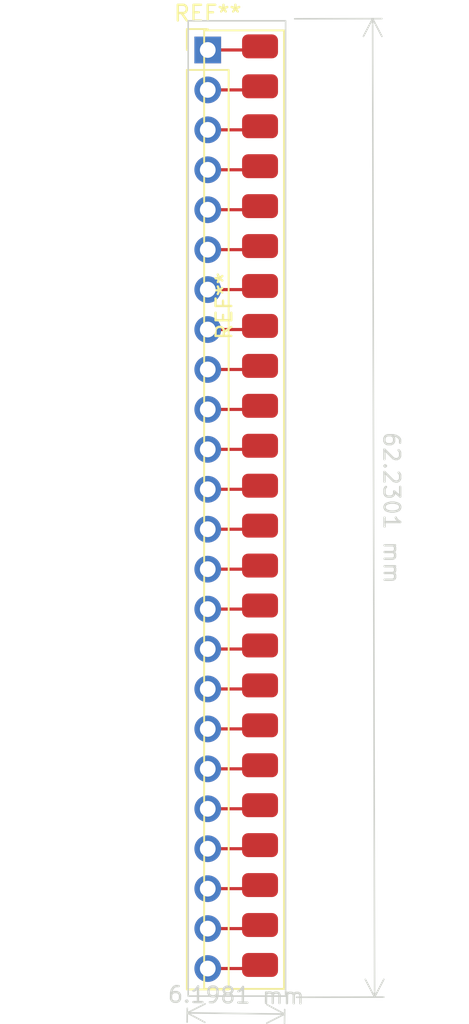
<source format=kicad_pcb>
(kicad_pcb (version 20211014) (generator pcbnew)
  (layers (0 "F.Cu" signal) (31 "B.Cu" signal) (34 "B.Paste" user) (35 "F.Paste" user) (36 "B.SilkS" user "B.Silkscreen") (37 "F.SilkS" user "F.Silkscreen") (38 "B.Mask" user) (39 "F.Mask" user) (44 "Edge.Cuts" user))
  (net 0 "")
  (footprint "Connector_PinHeader_2.54mm:PinHeader_1x24_P2.54mm_Vertical" (layer "F.Cu") (at 128.1938 76.2254)
    (fp_text reference "REF**" (at 0 -2.33) (layer "F.SilkS"))
    (fp_text value "PinHeader_1x24_P2.54mm_Vertical")
    (fp_line (start -1.33 59.75) (end 1.33 59.75) (layer "F.SilkS") (width 0.12))
    (fp_line (start -1.33 1.27) (end -1.33 59.75) (layer "F.SilkS") (width 0.12))
    (fp_line (start -1.33 -1.33) (end 0 -1.33) (layer "F.SilkS") (width 0.12))
    (fp_line (start -1.33 1.27) (end 1.33 1.27) (layer "F.SilkS") (width 0.12))
    (fp_line (start 1.33 1.27) (end 1.33 59.75) (layer "F.SilkS") (width 0.12))
    (fp_line (start -1.33 0) (end -1.33 -1.33) (layer "F.SilkS") (width 0.12))
    (pad "1" thru_hole rect (at 0 0) (size 1.7 1.7) (drill 1) (layers *.Cu *.Mask))
    (pad "2" thru_hole oval (at 0 2.54) (size 1.7 1.7) (drill 1) (layers *.Cu *.Mask))
    (pad "3" thru_hole oval (at 0 5.08) (size 1.7 1.7) (drill 1) (layers *.Cu *.Mask))
    (pad "4" thru_hole oval (at 0 7.62) (size 1.7 1.7) (drill 1) (layers *.Cu *.Mask))
    (pad "5" thru_hole oval (at 0 10.16) (size 1.7 1.7) (drill 1) (layers *.Cu *.Mask))
    (pad "6" thru_hole oval (at 0 12.7) (size 1.7 1.7) (drill 1) (layers *.Cu *.Mask))
    (pad "7" thru_hole oval (at 0 15.24) (size 1.7 1.7) (drill 1) (layers *.Cu *.Mask))
    (pad "8" thru_hole oval (at 0 17.78) (size 1.7 1.7) (drill 1) (layers *.Cu *.Mask))
    (pad "9" thru_hole oval (at 0 20.32) (size 1.7 1.7) (drill 1) (layers *.Cu *.Mask))
    (pad "10" thru_hole oval (at 0 22.86) (size 1.7 1.7) (drill 1) (layers *.Cu *.Mask))
    (pad "11" thru_hole oval (at 0 25.4) (size 1.7 1.7) (drill 1) (layers *.Cu *.Mask))
    (pad "12" thru_hole oval (at 0 27.94) (size 1.7 1.7) (drill 1) (layers *.Cu *.Mask))
    (pad "13" thru_hole oval (at 0 30.48) (size 1.7 1.7) (drill 1) (layers *.Cu *.Mask))
    (pad "14" thru_hole oval (at 0 33.02) (size 1.7 1.7) (drill 1) (layers *.Cu *.Mask))
    (pad "15" thru_hole oval (at 0 35.56) (size 1.7 1.7) (drill 1) (layers *.Cu *.Mask))
    (pad "16" thru_hole oval (at 0 38.1) (size 1.7 1.7) (drill 1) (layers *.Cu *.Mask))
    (pad "17" thru_hole oval (at 0 40.64) (size 1.7 1.7) (drill 1) (layers *.Cu *.Mask))
    (pad "18" thru_hole oval (at 0 43.18) (size 1.7 1.7) (drill 1) (layers *.Cu *.Mask))
    (pad "19" thru_hole oval (at 0 45.72) (size 1.7 1.7) (drill 1) (layers *.Cu *.Mask))
    (pad "20" thru_hole oval (at 0 48.26) (size 1.7 1.7) (drill 1) (layers *.Cu *.Mask))
    (pad "21" thru_hole oval (at 0 50.8) (size 1.7 1.7) (drill 1) (layers *.Cu *.Mask))
    (pad "22" thru_hole oval (at 0 53.34) (size 1.7 1.7) (drill 1) (layers *.Cu *.Mask))
    (pad "23" thru_hole oval (at 0 55.88) (size 1.7 1.7) (drill 1) (layers *.Cu *.Mask))
    (pad "24" thru_hole oval (at 0 58.42) (size 1.7 1.7) (drill 1) (layers *.Cu *.Mask))
  )
  (footprint "Connector_PinHeader_2.54mm:24 x 1 x 2.54" (layer "F.Cu") (at 131.5212 75.9968)
    (fp_text reference "REF**" (at -2.286 16.51 90 unlocked) (layer "F.SilkS"))
    (fp_text value "24 x 1 x 2.54")
    (fp_rect (start -3.556 59.944) (end 1.524 -1.016) (layer "F.SilkS") (width 0.12) (fill none))
    (pad "2" smd roundrect (at 0 0) (size 2.286 1.524) (layers "F.Cu" "F.Paste" "F.Mask"))
    (pad "3" smd roundrect (at 0 2.54) (size 2.286 1.524) (layers "F.Cu" "F.Paste" "F.Mask"))
    (pad "4" smd roundrect (at 0 5.08) (size 2.286 1.524) (layers "F.Cu" "F.Paste" "F.Mask"))
    (pad "5" smd roundrect (at 0 7.62) (size 2.286 1.524) (layers "F.Cu" "F.Paste" "F.Mask"))
    (pad "6" smd roundrect (at 0 10.16) (size 2.286 1.524) (layers "F.Cu" "F.Paste" "F.Mask"))
    (pad "7" smd roundrect (at 0 12.7) (size 2.286 1.524) (layers "F.Cu" "F.Paste" "F.Mask"))
    (pad "8" smd roundrect (at 0 15.24) (size 2.286 1.524) (layers "F.Cu" "F.Paste" "F.Mask"))
    (pad "9" smd roundrect (at 0 17.78) (size 2.286 1.524) (layers "F.Cu" "F.Paste" "F.Mask"))
    (pad "10" smd roundrect (at 0 20.32) (size 2.286 1.524) (layers "F.Cu" "F.Paste" "F.Mask"))
    (pad "11" smd roundrect (at 0 22.86) (size 2.286 1.524) (layers "F.Cu" "F.Paste" "F.Mask"))
    (pad "12" smd roundrect (at 0 25.4) (size 2.286 1.524) (layers "F.Cu" "F.Paste" "F.Mask"))
    (pad "13" smd roundrect (at 0 27.94) (size 2.286 1.524) (layers "F.Cu" "F.Paste" "F.Mask"))
    (pad "14" smd roundrect (at 0 30.48) (size 2.286 1.524) (layers "F.Cu" "F.Paste" "F.Mask"))
    (pad "15" smd roundrect (at 0 33.02) (size 2.286 1.524) (layers "F.Cu" "F.Paste" "F.Mask"))
    (pad "16" smd roundrect (at 0 35.56) (size 2.286 1.524) (layers "F.Cu" "F.Paste" "F.Mask"))
    (pad "17" smd roundrect (at 0 38.1) (size 2.286 1.524) (layers "F.Cu" "F.Paste" "F.Mask"))
    (pad "18" smd roundrect (at 0 40.64) (size 2.286 1.524) (layers "F.Cu" "F.Paste" "F.Mask"))
    (pad "19" smd roundrect (at 0 43.18) (size 2.286 1.524) (layers "F.Cu" "F.Paste" "F.Mask"))
    (pad "20" smd roundrect (at 0 45.72) (size 2.286 1.524) (layers "F.Cu" "F.Paste" "F.Mask"))
    (pad "21" smd roundrect (at 0 48.26) (size 2.286 1.524) (layers "F.Cu" "F.Paste" "F.Mask"))
    (pad "22" smd roundrect (at 0 50.8) (size 2.286 1.524) (layers "F.Cu" "F.Paste" "F.Mask"))
    (pad "23" smd roundrect (at 0 53.34) (size 2.286 1.524) (layers "F.Cu" "F.Paste" "F.Mask"))
    (pad "24" smd roundrect (at 0 55.88) (size 2.286 1.524) (layers "F.Cu" "F.Paste" "F.Mask"))
    (pad "25" smd roundrect (at 0 58.42) (size 2.286 1.524) (layers "F.Cu" "F.Paste" "F.Mask"))
  )
  (gr_rect (start 133.1468 74.3712) (end 126.9492 136.398) (layer "Edge.Cuts") (width 0.1) (fill none))
  (dimension (type aligned) (layer "Edge.Cuts") (pts (xy 126.8984 136.6774) (xy 133.096 136.7536)) (height 0.788277) (gr_text "6.1981 mm" (at 130.001647 136.353804 359.2955792) (layer "Edge.Cuts") (effects (font (size 1 1) (thickness 0.15)))) (format (units 3) (units_format 1) (precision 4)) (style (thickness 0.1) (arrow_length 1.27) (text_position_mode 0) (extension_height 0.58642) (extension_offset 0.5) keep_text_aligned))
  (dimension (type aligned) (layer "Edge.Cuts") (pts (xy 133.223 74.2442) (xy 133.35 136.4742)) (height -5.461247) (gr_text "62.2301 mm" (at 139.897734 105.345708 270.11693) (layer "Edge.Cuts") (effects (font (size 1 1) (thickness 0.15)))) (format (units 3) (units_format 1) (precision 4)) (style (thickness 0.1) (arrow_length 1.27) (text_position_mode 0) (extension_height 0.58642) (extension_offset 0.5) keep_text_aligned))
  (segment (start 128.1938 109.2454) (end 131.2926 109.2454) (width 0.2) (layer "F.Cu") (net 0))
  (segment (start 128.1938 129.5654) (end 131.2926 129.5654) (width 0.2) (layer "F.Cu") (net 0))
  (segment (start 131.2926 114.3254) (end 131.5212 114.0968) (width 0.2) (layer "F.Cu") (net 0))
  (segment (start 128.1938 119.4054) (end 131.2926 119.4054) (width 0.2) (layer "F.Cu") (net 0))
  (segment (start 128.1938 81.3054) (end 131.2926 81.3054) (width 0.2) (layer "F.Cu") (net 0))
  (segment (start 128.1938 134.6454) (end 131.2926 134.6454) (width 0.2) (layer "F.Cu") (net 0))
  (segment (start 128.1938 101.6254) (end 131.2926 101.6254) (width 0.2) (layer "F.Cu") (net 0))
  (segment (start 131.2926 124.4854) (end 131.5212 124.2568) (width 0.2) (layer "F.Cu") (net 0))
  (segment (start 128.1938 116.8654) (end 131.2926 116.8654) (width 0.2) (layer "F.Cu") (net 0))
  (segment (start 128.1938 132.1054) (end 131.2926 132.1054) (width 0.2) (layer "F.Cu") (net 0))
  (segment (start 128.1938 88.9254) (end 131.2926 88.9254) (width 0.2) (layer "F.Cu") (net 0))
  (segment (start 131.2926 104.1654) (end 131.5212 103.9368) (width 0.2) (layer "F.Cu") (net 0))
  (segment (start 128.1938 121.9454) (end 131.2926 121.9454) (width 0.2) (layer "F.Cu") (net 0))
  (segment (start 128.1938 78.7654) (end 131.2926 78.7654) (width 0.2) (layer "F.Cu") (net 0))
  (segment (start 128.1938 106.7054) (end 131.2926 106.7054) (width 0.2) (layer "F.Cu") (net 0))
  (segment (start 128.1938 76.2254) (end 131.2926 76.2254) (width 0.2) (layer "F.Cu") (net 0))
  (segment (start 131.2926 111.7854) (end 131.5212 111.5568) (width 0.2) (layer "F.Cu") (net 0))
  (segment (start 131.2926 101.6254) (end 131.5212 101.3968) (width 0.2) (layer "F.Cu") (net 0))
  (segment (start 131.2926 76.2254) (end 131.5212 75.9968) (width 0.2) (layer "F.Cu") (net 0))
  (segment (start 128.1938 111.7854) (end 131.2926 111.7854) (width 0.2) (layer "F.Cu") (net 0))
  (segment (start 128.1938 104.1654) (end 131.2926 104.1654) (width 0.2) (layer "F.Cu") (net 0))
  (segment (start 128.1938 94.0054) (end 131.2926 94.0054) (width 0.2) (layer "F.Cu") (net 0))
  (segment (start 131.2926 96.5454) (end 131.5212 96.3168) (width 0.2) (layer "F.Cu") (net 0))
  (segment (start 131.2926 99.0854) (end 131.5212 98.8568) (width 0.2) (layer "F.Cu") (net 0))
  (segment (start 128.1938 83.8454) (end 131.2926 83.8454) (width 0.2) (layer "F.Cu") (net 0))
  (segment (start 128.1938 114.3254) (end 131.2926 114.3254) (width 0.2) (layer "F.Cu") (net 0))
  (segment (start 131.2926 132.1054) (end 131.5212 131.8768) (width 0.2) (layer "F.Cu") (net 0))
  (segment (start 128.1938 99.0854) (end 131.2926 99.0854) (width 0.2) (layer "F.Cu") (net 0))
  (segment (start 128.1938 96.5454) (end 131.2926 96.5454) (width 0.2) (layer "F.Cu") (net 0))
  (segment (start 131.2926 119.4054) (end 131.5212 119.1768) (width 0.2) (layer "F.Cu") (net 0))
  (segment (start 131.2926 94.0054) (end 131.5212 93.7768) (width 0.2) (layer "F.Cu") (net 0))
  (segment (start 131.2926 121.9454) (end 131.5212 121.7168) (width 0.2) (layer "F.Cu") (net 0))
  (segment (start 128.1938 127.0254) (end 131.2926 127.0254) (width 0.2) (layer "F.Cu") (net 0))
  (segment (start 131.2926 106.7054) (end 131.5212 106.4768) (width 0.2) (layer "F.Cu") (net 0))
  (segment (start 131.2926 91.4654) (end 131.5212 91.2368) (width 0.2) (layer "F.Cu") (net 0))
  (segment (start 131.2926 83.8454) (end 131.5212 83.6168) (width 0.2) (layer "F.Cu") (net 0))
  (segment (start 131.2926 134.6454) (end 131.5212 134.4168) (width 0.2) (layer "F.Cu") (net 0))
  (segment (start 131.2926 116.8654) (end 131.5212 116.6368) (width 0.2) (layer "F.Cu") (net 0))
  (segment (start 131.2926 86.3854) (end 131.5212 86.1568) (width 0.2) (layer "F.Cu") (net 0))
  (segment (start 128.1938 91.4654) (end 131.2926 91.4654) (width 0.2) (layer "F.Cu") (net 0))
  (segment (start 131.2926 127.0254) (end 131.5212 126.7968) (width 0.2) (layer "F.Cu") (net 0))
  (segment (start 131.2926 88.9254) (end 131.5212 88.6968) (width 0.2) (layer "F.Cu") (net 0))
  (segment (start 131.2926 81.3054) (end 131.5212 81.0768) (width 0.2) (layer "F.Cu") (net 0))
  (segment (start 131.2926 78.7654) (end 131.5212 78.5368) (width 0.2) (layer "F.Cu") (net 0))
  (segment (start 131.2926 109.2454) (end 131.5212 109.0168) (width 0.2) (layer "F.Cu") (net 0))
  (segment (start 128.1938 124.4854) (end 131.2926 124.4854) (width 0.2) (layer "F.Cu") (net 0))
  (segment (start 131.2926 129.5654) (end 131.5212 129.3368) (width 0.2) (layer "F.Cu") (net 0))
  (segment (start 128.1938 86.3854) (end 131.2926 86.3854) (width 0.2) (layer "F.Cu") (net 0))
)
</source>
